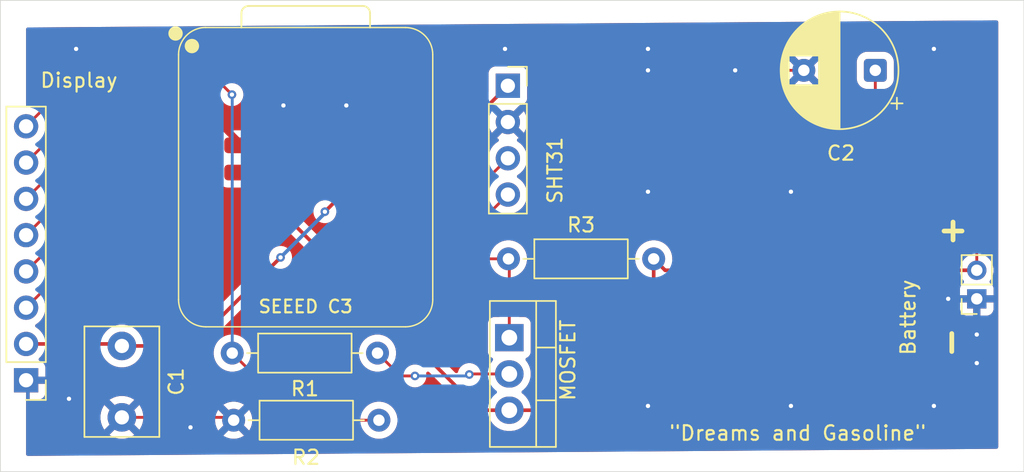
<source format=kicad_pcb>
(kicad_pcb (version 20241229) (generator "pcbnew") (generator_version "9.0")
  (layers (0 "F.Cu" signal) (2 "B.Cu" signal) (13 "F.Paste" user) (15 "B.Paste" user) (5 "F.SilkS" user "F.Silkscreen") (7 "B.SilkS" user "B.Silkscreen") (1 "F.Mask" user) (3 "B.Mask" user) (25 "Edge.Cuts" user))
  (net 0 "")
  (net 1 "Net-(J2-Pin_2)")
  (net 2 "Net-(J2-Pin_3)")
  (net 3 "Net-(J2-Pin_8)")
  (net 4 "Net-(J3-Pin_3)")
  (net 5 "Net-(J3-Pin_4)")
  (net 7 "Net-(J2-Pin_4)")
  (net 8 "Net-(Q1-G)")
  (net 9 "Net-(J2-Pin_5)")
  (net 10 "Net-(J2-Pin_6)")
  (net 11 "Net-(J1-Pin_8)")
  (net 13 "Net-(J2-Pin_7)")
  (net 14 "Net-(Q1-D)")
  (net 15 "Net-(J4-Pin_2)")
  (net 16 "GND")
  (footprint "Connector_PinSocket_2.54mm:PinSocket_1x04_P2.54mm_Vertical" (layer "F.Cu") (at 110.2 97.58)
    (property "Reference" "J3" (hide yes))
    (property "Value" "SHT31" (at 3.3 5.92 90) (layer "F.SilkS"))
    (fp_line (start -1.33 1.27) (end -1.33 8.95) (stroke (width 0.12)) (layer "F.SilkS"))
    (fp_line (start -1.33 1.27) (end 1.33 1.27) (stroke (width 0.12)) (layer "F.SilkS"))
    (fp_line (start -1.33 8.95) (end 1.33 8.95) (stroke (width 0.12)) (layer "F.SilkS"))
    (fp_line (start 0 -1.33) (end 1.33 -1.33) (stroke (width 0.12)) (layer "F.SilkS"))
    (fp_line (start 1.33 -1.33) (end 1.33 0) (stroke (width 0.12)) (layer "F.SilkS"))
    (fp_line (start 1.33 1.27) (end 1.33 8.95) (stroke (width 0.12)) (layer "F.SilkS"))
    (pad "GND" thru_hole circle (at 0 2.54) (size 1.7 1.7) (drill 1) (layers "*.Cu" "*.Mask") (net 16 "GND"))
    (pad "SCL" thru_hole circle (at 0 5.08) (size 1.7 1.7) (drill 1) (layers "*.Cu" "*.Mask") (net 4 "Net-(J3-Pin_3)"))
    (pad "SDA" thru_hole circle (at 0 7.62) (size 1.7 1.7) (drill 1) (layers "*.Cu" "*.Mask") (net 5 "Net-(J3-Pin_4)"))
    (pad "VIN" thru_hole rect (at 0 0) (size 1.7 1.7) (drill 1) (layers "*.Cu" "*.Mask") (net 1 "Net-(J2-Pin_2)"))
  )
  (footprint "Capacitor_THT:CP_Radial_D8.0mm_P5.00mm" (layer "F.Cu") (at 135.902651 96.5 180)
    (property "Reference" "J4" (hide yes))
    (property "Value" "C2" (at 2.402651 -5.8 0) (layer "F.SilkS"))
    (fp_line (start 6.58 -0.533) (end 6.58 0.533) (stroke (width 0.12)) (layer "F.SilkS"))
    (fp_line (start 6.54 -0.768) (end 6.54 0.768) (stroke (width 0.12)) (layer "F.SilkS"))
    (fp_line (start 6.5 -0.947) (end 6.5 0.947) (stroke (width 0.12)) (layer "F.SilkS"))
    (fp_line (start 6.46 -1.097) (end 6.46 1.097) (stroke (width 0.12)) (layer "F.SilkS"))
    (fp_line (start 6.42 -1.228) (end 6.42 1.228) (stroke (width 0.12)) (layer "F.SilkS"))
    (fp_line (start 6.38 -1.346) (end 6.38 1.346) (stroke (width 0.12)) (layer "F.SilkS"))
    (fp_line (start 6.34 -1.453) (end 6.34 1.453) (stroke (width 0.12)) (layer "F.SilkS"))
    (fp_line (start 6.3 -1.552) (end 6.3 1.552) (stroke (width 0.12)) (layer "F.SilkS"))
    (fp_line (start 6.26 -1.644) (end 6.26 1.644) (stroke (width 0.12)) (layer "F.SilkS"))
    (fp_line (start 6.22 -1.731) (end 6.22 1.731) (stroke (width 0.12)) (layer "F.SilkS"))
    (fp_line (start 6.18 -1.813) (end 6.18 1.813) (stroke (width 0.12)) (layer "F.SilkS"))
    (fp_line (start 6.14 -1.89) (end 6.14 1.89) (stroke (width 0.12)) (layer "F.SilkS"))
    (fp_line (start 6.1 -1.964) (end 6.1 1.964) (stroke (width 0.12)) (layer "F.SilkS"))
    (fp_line (start 6.06 -2.034) (end 6.06 2.034) (stroke (width 0.12)) (layer "F.SilkS"))
    (fp_line (start 6.02 1.04) (end 6.02 2.101) (stroke (width 0.12)) (layer "F.SilkS"))
    (fp_line (start 6.02 -2.101) (end 6.02 -1.04) (stroke (width 0.12)) (layer "F.SilkS"))
    (fp_line (start 5.98 1.04) (end 5.98 2.165) (stroke (width 0.12)) (layer "F.SilkS"))
    (fp_line (start 5.98 -2.165) (end 5.98 -1.04) (stroke (width 0.12)) (layer "F.SilkS"))
    (fp_line (start 5.94 1.04) (end 5.94 2.227) (stroke (width 0.12)) (layer "F.SilkS"))
    (fp_line (start 5.94 -2.227) (end 5.94 -1.04) (stroke (width 0.12)) (layer "F.SilkS"))
    (fp_line (start 5.9 1.04) (end 5.9 2.287) (stroke (width 0.12)) (layer "F.SilkS"))
    (fp_line (start 5.9 -2.287) (end 5.9 -1.04) (stroke (width 0.12)) (layer "F.SilkS"))
    (fp_line (start 5.86 1.04) (end 5.86 2.344) (stroke (width 0.12)) (layer "F.SilkS"))
    (fp_line (start 5.86 -2.344) (end 5.86 -1.04) (stroke (width 0.12)) (layer "F.SilkS"))
    (fp_line (start 5.82 1.04) (end 5.82 2.4) (stroke (width 0.12)) (layer "F.SilkS"))
    (fp_line (start 5.82 -2.4) (end 5.82 -1.04) (stroke (width 0.12)) (layer "F.SilkS"))
    (fp_line (start 5.78 1.04) (end 5.78 2.453) (stroke (width 0.12)) (layer "F.SilkS"))
    (fp_line (start 5.78 -2.453) (end 5.78 -1.04) (stroke (width 0.12)) (layer "F.SilkS"))
    (fp_line (start 5.74 1.04) (end 5.74 2.505) (stroke (width 0.12)) (layer "F.SilkS"))
    (fp_line (start 5.74 -2.505) (end 5.74 -1.04) (stroke (width 0.12)) (layer "F.SilkS"))
    (fp_line (start 5.7 1.04) (end 5.7 2.555) (stroke (width 0.12)) (layer "F.SilkS"))
    (fp_line (start 5.7 -2.555) (end 5.7 -1.04) (stroke (width 0.12)) (layer "F.SilkS"))
    (fp_line (start 5.66 1.04) (end 5.66 2.604) (stroke (width 0.12)) (layer "F.SilkS"))
    (fp_line (start 5.66 -2.604) (end 5.66 -1.04) (stroke (width 0.12)) (layer "F.SilkS"))
    (fp_line (start 5.62 1.04) (end 5.62 2.651) (stroke (width 0.12)) (layer "F.SilkS"))
    (fp_line (start 5.62 -2.651) (end 5.62 -1.04) (stroke (width 0.12)) (layer "F.SilkS"))
    (fp_line (start 5.58 1.04) (end 5.58 2.696) (stroke (width 0.12)) (layer "F.SilkS"))
    (fp_line (start 5.58 -2.696) (end 5.58 -1.04) (stroke (width 0.12)) (layer "F.SilkS"))
    (fp_line (start 5.54 1.04) (end 5.54 2.741) (stroke (width 0.12)) (layer "F.SilkS"))
    (fp_line (start 5.54 -2.741) (end 5.54 -1.04) (stroke (width 0.12)) (layer "F.SilkS"))
    (fp_line (start 5.5 1.04) (end 5.5 2.784) (stroke (width 0.12)) (layer "F.SilkS"))
    (fp_line (start 5.5 -2.784) (end 5.5 -1.04) (stroke (width 0.12)) (layer "F.SilkS"))
    (fp_line (start 5.46 1.04) (end 5.46 2.826) (stroke (width 0.12)) (layer "F.SilkS"))
    (fp_line (start 5.46 -2.826) (end 5.46 -1.04) (stroke (width 0.12)) (layer "F.SilkS"))
    (fp_line (start 5.42 1.04) (end 5.42 2.867) (stroke (width 0.12)) (layer "F.SilkS"))
    (fp_line (start 5.42 -2.867) (end 5.42 -1.04) (stroke (width 0.12)) (layer "F.SilkS"))
    (fp_line (start 5.38 1.04) (end 5.38 2.906) (stroke (width 0.12)) (layer "F.SilkS"))
    (fp_line (start 5.38 -2.906) (end 5.38 -1.04) (stroke (width 0.12)) (layer "F.SilkS"))
    (fp_line (start 5.34 1.04) (end 5.34 2.945) (stroke (width 0.12)) (layer "F.SilkS"))
    (fp_line (start 5.34 -2.945) (end 5.34 -1.04) (stroke (width 0.12)) (layer "F.SilkS"))
    (fp_line (start 5.3 1.04) (end 5.3 2.982) (stroke (width 0.12)) (layer "F.SilkS"))
    (fp_line (start 5.3 -2.982) (end 5.3 -1.04) (stroke (width 0.12)) (layer "F.SilkS"))
    (fp_line (start 5.26 1.04) (end 5.26 3.019) (stroke (width 0.12)) (layer "F.SilkS"))
    (fp_line (start 5.26 -3.019) (end 5.26 -1.04) (stroke (width 0.12)) (layer "F.SilkS"))
    (fp_line (start 5.22 1.04) (end 5.22 3.055) (stroke (width 0.12)) (layer "F.SilkS"))
    (fp_line (start 5.22 -3.055) (end 5.22 -1.04) (stroke (width 0.12)) (layer "F.SilkS"))
    (fp_line (start 5.18 1.04) (end 5.18 3.089) (stroke (width 0.12)) (layer "F.SilkS"))
    (fp_line (start 5.18 -3.089) (end 5.18 -1.04) (stroke (width 0.12)) (layer "F.SilkS"))
    (fp_line (start 5.14 1.04) (end 5.14 3.123) (stroke (width 0.12)) (layer "F.SilkS"))
    (fp_line (start 5.14 -3.123) (end 5.14 -1.04) (stroke (width 0.12)) (layer "F.SilkS"))
    (fp_line (start 5.1 1.04) (end 5.1 3.156) (stroke (width 0.12)) (layer "F.SilkS"))
    (fp_line (start 5.1 -3.156) (end 5.1 -1.04) (stroke (width 0.12)) (layer "F.SilkS"))
    (fp_line (start 5.06 1.04) (end 5.06 3.188) (stroke (width 0.12)) (layer "F.SilkS"))
    (fp_line (start 5.06 -3.188) (end 5.06 -1.04) (stroke (width 0.12)) (layer "F.SilkS"))
    (fp_line (start 5.02 1.04) (end 5.02 3.219) (stroke (width 0.12)) (layer "F.SilkS"))
    (fp_line (start 5.02 -3.219) (end 5.02 -1.04) (stroke (width 0.12)) (layer "F.SilkS"))
    (fp_line (start 4.98 1.04) (end 4.98 3.25) (stroke (width 0.12)) (layer "F.SilkS"))
    (fp_line (start 4.98 -3.25) (end 4.98 -1.04) (stroke (width 0.12)) (layer "F.SilkS"))
    (fp_line (start 4.94 1.04) (end 4.94 3.28) (stroke (width 0.12)) (layer "F.SilkS"))
    (fp_line (start 4.94 -3.28) (end 4.94 -1.04) (stroke (width 0.12)) (layer "F.SilkS"))
    (fp_line (start 4.9 1.04) (end 4.9 3.309) (stroke (width 0.12)) (layer "F.SilkS"))
    (fp_line (start 4.9 -3.309) (end 4.9 -1.04) (stroke (width 0.12)) (layer "F.SilkS"))
    (fp_line (start 4.86 1.04) (end 4.86 3.337) (stroke (width 0.12)) (layer "F.SilkS"))
    (fp_line (start 4.86 -3.337) (end 4.86 -1.04) (stroke (width 0.12)) (layer "F.SilkS"))
    (fp_line (start 4.82 1.04) (end 4.82 3.365) (stroke (width 0.12)) (layer "F.SilkS"))
    (fp_line (start 4.82 -3.365) (end 4.82 -1.04) (stroke (width 0.12)) (layer "F.SilkS"))
    (fp_line (start 4.78 1.04) (end 4.78 3.392) (stroke (width 0.12)) (layer "F.SilkS"))
    (fp_line (start 4.78 -3.392) (end 4.78 -1.04) (stroke (width 0.12)) (layer "F.SilkS"))
    (fp_line (start 4.74 1.04) (end 4.74 3.418) (stroke (width 0.12)) (layer "F.SilkS"))
    (fp_line (start 4.74 -3.418) (end 4.74 -1.04) (stroke (width 0.12)) (layer "F.SilkS"))
    (fp_line (start 4.7 1.04) (end 4.7 3.443) (stroke (width 0.12)) (layer "F.SilkS"))
    (fp_line (start 4.7 -3.443) (end 4.7 -1.04) (stroke (width 0.12)) (layer "F.SilkS"))
    (fp_line (start 4.66 1.04) (end 4.66 3.468) (stroke (width 0.12)) (layer "F.SilkS"))
    (fp_line (start 4.66 -3.468) (end 4.66 -1.04) (stroke (width 0.12)) (layer "F.SilkS"))
    (fp_line (start 4.62 1.04) (end 4.62 3.493) (stroke (width 0.12)) (layer "F.SilkS"))
    (fp_line (start 4.62 -3.493) (end 4.62 -1.04) (stroke (width 0.12)) (layer "F.SilkS"))
    (fp_line (start 4.58 1.04) (end 4.58 3.516) (stroke (width 0.12)) (layer "F.SilkS"))
    (fp_line (start 4.58 -3.516) (end 4.58 -1.04) (stroke (width 0.12)) (layer "F.SilkS"))
    (fp_line (start 4.54 1.04) (end 4.54 3.539) (stroke (width 0.12)) (layer "F.SilkS"))
    (fp_line (start 4.54 -3.539) (end 4.54 -1.04) (stroke (width 0.12)) (layer "F.SilkS"))
    (fp_line (start 4.5 1.04) (end 4.5 3.562) (stroke (width 0.12)) (layer "F.SilkS"))
    (fp_line (start 4.5 -3.562) (end 4.5 -1.04) (stroke (width 0.12)) (layer "F.SilkS"))
    (fp_line (start 4.46 1.04) (end 4.46 3.584) (stroke (width 0.12)) (layer "F.SilkS"))
    (fp_line (start 4.46 -3.584) (end 4.46 -1.04) (stroke (width 0.12)) (layer "F.SilkS"))
    (fp_line (start 4.42 1.04) (end 4.42 3.605) (stroke (width 0.12)) (layer "F.SilkS"))
    (fp_line (start 4.42 -3.605) (end 4.42 -1.04) (stroke (width 0.12)) (layer "F.SilkS"))
    (fp_line (start 4.38 1.04) (end 4.38 3.626) (stroke (width 0.12)) (layer "F.SilkS"))
    (fp_line (start 4.38 -3.626) (end 4.38 -1.04) (stroke (width 0.12)) (layer "F.SilkS"))
    (fp_line (start 4.34 1.04) (end 4.34 3.646) (stroke (width 0.12)) (layer "F.SilkS"))
    (fp_line (start 4.34 -3.646) (end 4.34 -1.04) (stroke (width 0.12)) (layer "F.SilkS"))
    (fp_line (start 4.3 1.04) (end 4.3 3.666) (stroke (width 0.12)) (layer "F.SilkS"))
    (fp_line (start 4.3 -3.666) (end 4.3 -1.04) (stroke (width 0.12)) (layer "F.SilkS"))
    (fp_line (start 4.26 1.04) (end 4.26 3.685) (stroke (width 0.12)) (layer "F.SilkS"))
    (fp_line (start 4.26 -3.685) (end 4.26 -1.04) (stroke (width 0.12)) (layer "F.SilkS"))
    (fp_line (start 4.22 1.04) (end 4.22 3.704) (stroke (width 0.12)) (layer "F.SilkS"))
    (fp_line (start 4.22 -3.704) (end 4.22 -1.04) (stroke (width 0.12)) (layer "F.SilkS"))
    (fp_line (start 4.18 1.04) (end 4.18 3.722) (stroke (width 0.12)) (layer "F.SilkS"))
    (fp_line (start 4.18 -3.722) (end 4.18 -1.04) (stroke (width 0.12)) (layer "F.SilkS"))
    (fp_line (start 4.14 1.04) (end 4.14 3.74) (stroke (width 0.12)) (layer "F.SilkS"))
    (fp_line (start 4.14 -3.74) (end 4.14 -1.04) (stroke (width 0.12)) (layer "F.SilkS"))
    (fp_line (start 4.1 1.04) (end 4.1 3.757) (stroke (width 0.12)) (layer "F.SilkS"))
    (fp_line (start 4.1 -3.757) (end 4.1 -1.04) (stroke (width 0.12)) (layer "F.SilkS"))
    (fp_line (start 4.06 1.04) (end 4.06 3.773) (stroke (width 0.12)) (layer "F.SilkS"))
    (fp_line (start 4.06 -3.773) (end 4.06 -1.04) (stroke (width 0.12)) (layer "F.SilkS"))
    (fp_line (start 4.02 1.04) (end 4.02 3.789) (stroke (width 0.12)) (layer "F.SilkS"))
    (fp_line (start 4.02 -3.789) (end 4.02 -1.04) (stroke (width 0.12)) (layer "F.SilkS"))
    (fp_line (start 3.98 1.04) (end 3.98 3.805) (stroke (width 0.12)) (layer "F.SilkS"))
    (fp_line (start 3.98 -3.805) (end 3.98 -1.04) (stroke (width 0.12)) (layer "F.SilkS"))
    (fp_line (start 3.94 -3.82) (end 3.94 3.82) (stroke (width 0.12)) (layer "F.SilkS"))
    (fp_line (start 3.9 -3.835) (end 3.9 3.835) (stroke (width 0.12)) (layer "F.SilkS"))
    (fp_line (start 3.86 -3.849) (end 3.86 3.849) (stroke (width 0.12)) (layer "F.SilkS"))
    (fp_line (start 3.82 -3.863) (end 3.82 3.863) (stroke (width 0.12)) (layer "F.SilkS"))
    (fp_line (start 3.78 -3.876) (end 3.78 3.876) (stroke (width 0.12)) (layer "F.SilkS"))
    (fp_line (start 3.74 -3.889) (end 3.74 3.889) (stroke (width 0.12)) (layer "F.SilkS"))
    (fp_line (start 3.7 -3.901) (end 3.7 3.901) (stroke (width 0.12)) (layer "F.SilkS"))
    (fp_line (start 3.66 -3.913) (end 3.66 3.913) (stroke (width 0.12)) (layer "F.SilkS"))
    (fp_line (start 3.62 -3.925) (end 3.62 3.925) (stroke (width 0.12)) (layer "F.SilkS"))
    (fp_line (start 3.58 -3.936) (end 3.58 3.936) (stroke (width 0.12)) (layer "F.SilkS"))
    (fp_line (start 3.54 -3.947) (end 3.54 3.947) (stroke (width 0.12)) (layer "F.SilkS"))
    (fp_line (start 3.5 -3.957) (end 3.5 3.957) (stroke (width 0.12)) (layer "F.SilkS"))
    (fp_line (start 3.46 -3.967) (end 3.46 3.967) (stroke (width 0.12)) (layer "F.SilkS"))
    (fp_line (start 3.42 -3.976) (end 3.42 3.976) (stroke (width 0.12)) (layer "F.SilkS"))
    (fp_line (start 3.38 -3.985) (end 3.38 3.985) (stroke (width 0.12)) (layer "F.SilkS"))
    (fp_line (start 3.34 -3.993) (end 3.34 3.993) (stroke (width 0.12)) (layer "F.SilkS"))
    (fp_line (start 3.3 -4.002) (end 3.3 4.002) (stroke (width 0.12)) (layer "F.SilkS"))
    (fp_line (start 3.26 -4.009) (end 3.26 4.009) (stroke (width 0.12)) (layer "F.SilkS"))
    (fp_line (start 3.22 -4.017) (end 3.22 4.017) (stroke (width 0.12)) (layer "F.SilkS"))
    (fp_line (start 3.18 -4.023) (end 3.18 4.023) (stroke (width 0.12)) (layer "F.SilkS"))
    (fp_line (start 3.14 -4.03) (end 3.14 4.03) (stroke (width 0.12)) (layer "F.SilkS"))
    (fp_line (start 3.1 -4.036) (end 3.1 4.036) (stroke (width 0.12)) (layer "F.SilkS"))
    (fp_line (start 3.06 -4.042) (end 3.06 4.042) (stroke (width 0.12)) (layer "F.SilkS"))
    (fp_line (start 3.02 -4.047) (end 3.02 4.047) (stroke (width 0.12)) (layer "F.SilkS"))
    (fp_line (start 2.98 -4.052) (end 2.98 4.052) (stroke (width 0.12)) (layer "F.SilkS"))
    (fp_line (start 2.94 -4.056) (end 2.94 4.056) (stroke (width 0.12)) (layer "F.SilkS"))
    (fp_line (start 2.9 -4.061) (end 2.9 4.061) (stroke (width 0.12)) (layer "F.SilkS"))
    (fp_line (start 2.86 -4.064) (end 2.86 4.064) (stroke (width 0.12)) (layer "F.SilkS"))
    (fp_line (start 2.82 -4.068) (end 2.82 4.068) (stroke (width 0.12)) (layer "F.SilkS"))
    (fp_line (start 2.78 -4.07) (end 2.78 4.07) (stroke (width 0.12)) (layer "F.SilkS"))
    (fp_line (start 2.74 -4.073) (end 2.74 4.073) (stroke (width 0.12)) (layer "F.SilkS"))
    (fp_line (start 2.7 -4.075) (end 2.7 4.075) (stroke (width 0.12)) (layer "F.SilkS"))
    (fp_line (start 2.66 -4.077) (end 2.66 4.077) (stroke (width 0.12)) (layer "F.SilkS"))
    (fp_line (start 2.62 -4.078) (end 2.62 4.078) (stroke (width 0.12)) (layer "F.SilkS"))
    (fp_line (start 2.58 -4.079) (end 2.58 4.079) (stroke (width 0.12)) (layer "F.SilkS"))
    (fp_line (start 2.54 -4.08) (end 2.54 4.08) (stroke (width 0.12)) (layer "F.SilkS"))
    (fp_line (start 2.5 -4.08) (end 2.5 4.08) (stroke (width 0.12)) (layer "F.SilkS"))
    (fp_line (start -1.509698 -2.715) (end -1.509698 -1.915) (stroke (width 0.12)) (layer "F.SilkS"))
    (fp_line (start -1.909698 -2.315) (end -1.109698 -2.315) (stroke (width 0.12)) (layer "F.SilkS"))
    (fp_circle (center 2.5 0) (end 6.62 0) (stroke (width 0.12)) (fill no) (layer "F.SilkS"))
    (pad "+" thru_hole roundrect (at 0 0 180) (size 1.6 1.6) (drill 0.8) (layers "*.Cu" "*.Mask") (roundrect_rratio 0.15625) (net 15 "Net-(J4-Pin_2)"))
    (pad "-" thru_hole circle (at 5 0 180) (size 1.6 1.6) (drill 0.8) (layers "*.Cu" "*.Mask") (net 16 "GND"))
  )
  (footprint "Package_TO_SOT_THT:TO-220-3_Vertical" (layer "F.Cu") (at 110.3 115.22 -90)
    (property "Reference" "MOSFET" (at 1.58 -4.1 90) (layer "F.SilkS"))
    (property "Value" "FQP27P06" (hide yes))
    (fp_line (start -2.57 1.36) (end -2.57 -3.26) (stroke (width 0.12)) (layer "F.SilkS"))
    (fp_line (start 7.65 1.36) (end -2.57 1.36) (stroke (width 0.12)) (layer "F.SilkS"))
    (fp_line (start -2.57 -1.88) (end 7.65 -1.88) (stroke (width 0.12)) (layer "F.SilkS"))
    (fp_line (start -2.57 -3.26) (end 7.65 -3.26) (stroke (width 0.12)) (layer "F.SilkS"))
    (fp_line (start 0.69 -3.26) (end 0.69 -1.88) (stroke (width 0.12)) (layer "F.SilkS"))
    (fp_line (start 4.39 -3.26) (end 4.39 -1.88) (stroke (width 0.12)) (layer "F.SilkS"))
    (fp_line (start 7.65 -3.26) (end 7.65 1.36) (stroke (width 0.12)) (layer "F.SilkS"))
    (pad "1" thru_hole rect (at 0 0 270) (size 1.905 2) (drill 1.1) (layers "*.Cu" "*.Mask") (net 8 "Net-(Q1-G)"))
    (pad "2" thru_hole oval (at 2.54 0 270) (size 1.905 2) (drill 1.1) (layers "*.Cu" "*.Mask") (net 14 "Net-(Q1-D)"))
    (pad "3" thru_hole oval (at 5.08 0 270) (size 1.905 2) (drill 1.1) (layers "*.Cu" "*.Mask") (net 15 "Net-(J4-Pin_2)"))
  )
  (footprint "Connector_PinHeader_2.54mm:PinHeader_1x08_P2.54mm_Vertical" (layer "F.Cu") (at 76.5 118.2 180)
    (property "Reference" "Display" (at -3.7 21 0) (layer "F.SilkS"))
    (property "Value" "e-ink-display" (hide yes))
    (fp_line (start 1.38 1.27) (end 1.38 19.16) (stroke (width 0.12)) (layer "F.SilkS"))
    (fp_line (start -1.38 19.16) (end 1.38 19.16) (stroke (width 0.12)) (layer "F.SilkS"))
    (fp_line (start -1.38 1.27) (end 1.38 1.27) (stroke (width 0.12)) (layer "F.SilkS"))
    (fp_line (start -1.38 1.27) (end -1.38 19.16) (stroke (width 0.12)) (layer "F.SilkS"))
    (fp_line (start -1.38 0) (end -1.38 -1.38) (stroke (width 0.12)) (layer "F.SilkS"))
    (fp_line (start -1.38 -1.38) (end 0 -1.38) (stroke (width 0.12)) (layer "F.SilkS"))
    (pad "BUSY" thru_hole circle (at 0 17.78 180) (size 1.7 1.7) (drill 1) (layers "*.Cu" "*.Mask") (net 3 "Net-(J2-Pin_8)"))
    (pad "CS" thru_hole circle (at 0 15.24 180) (size 1.7 1.7) (drill 1) (layers "*.Cu" "*.Mask") (net 13 "Net-(J2-Pin_7)"))
    (pad "DC" thru_hole circle (at 0 12.7 180) (size 1.7 1.7) (drill 1) (layers "*.Cu" "*.Mask") (net 10 "Net-(J2-Pin_6)"))
    (pad "GND" thru_hole rect (at 0 0 180) (size 1.7 1.7) (drill 1) (layers "*.Cu" "*.Mask") (net 16 "GND"))
    (pad "RES" thru_hole circle (at 0 10.16 180) (size 1.7 1.7) (drill 1) (layers "*.Cu" "*.Mask") (net 9 "Net-(J2-Pin_5)"))
    (pad "SCL" thru_hole circle (at 0 5.08 180) (size 1.7 1.7) (drill 1) (layers "*.Cu" "*.Mask") (net 2 "Net-(J2-Pin_3)"))
    (pad "SDA" thru_hole circle (at 0 7.62 180) (size 1.7 1.7) (drill 1) (layers "*.Cu" "*.Mask") (net 7 "Net-(J2-Pin_4)"))
    (pad "VCC" thru_hole circle (at 0 2.54 180) (size 1.7 1.7) (drill 1) (layers "*.Cu" "*.Mask") (net 1 "Net-(J2-Pin_2)"))
  )
  (footprint "Resistor_THT:R_Axial_DIN0207_L6.3mm_D2.5mm_P10.16mm_Horizontal" (layer "F.Cu") (at 110.24 109.7)
    (property "Reference" "R3" (at 5.08 -2.37 0) (layer "F.SilkS"))
    (property "Value" "R_Small_US" (hide yes))
    (fp_line (start 1.04 0) (end 1.81 0) (stroke (width 0.12)) (layer "F.SilkS"))
    (fp_line (start 9.12 0) (end 8.35 0) (stroke (width 0.12)) (layer "F.SilkS"))
    (fp_rect (start 1.81 -1.37) (end 8.35 1.37) (stroke (width 0.12)) (fill no) (layer "F.SilkS"))
    (pad "1" thru_hole circle (at 0 0) (size 1.6 1.6) (drill 0.8) (layers "*.Cu" "*.Mask") (net 8 "Net-(Q1-G)"))
    (pad "2" thru_hole circle (at 10.16 0) (size 1.6 1.6) (drill 0.8) (layers "*.Cu" "*.Mask") (net 15 "Net-(J4-Pin_2)"))
  )
  (footprint "Capacitor_THT:C_Disc_D7.5mm_W5.0mm_P5.00mm" (layer "F.Cu") (at 83.2 120.8 90)
    (property "Reference" "C1" (at 2.5 3.8 90) (layer "F.SilkS"))
    (property "Value" "C_Small_US" (hide yes))
    (fp_line (start 6.37 -2.62) (end 6.37 2.62) (stroke (width 0.12)) (layer "F.SilkS"))
    (fp_line (start -1.37 -2.62) (end 6.37 -2.62) (stroke (width 0.12)) (layer "F.SilkS"))
    (fp_line (start 6.37 2.62) (end -1.37 2.62) (stroke (width 0.12)) (layer "F.SilkS"))
    (fp_line (start -1.37 2.62) (end -1.37 -2.62) (stroke (width 0.12)) (layer "F.SilkS"))
    (pad "1" thru_hole circle (at 0 0 90) (size 2 2) (drill 1) (layers "*.Cu" "*.Mask") (net 16 "GND"))
    (pad "2" thru_hole circle (at 5 0 90) (size 2 2) (drill 1) (layers "*.Cu" "*.Mask") (net 1 "Net-(J2-Pin_2)"))
  )
  (footprint "Module:XIAO-ESP32C3-SMD_alex" (layer "F.Cu") (at 96 104)
    (property "Reference" "J1" (hide yes))
    (property "Value" "SEEED C3" (at 0.055 9.04 0) (layer "F.SilkS") (effects (font (size 0.889 0.889) (thickness 0.1524) (bold yes))))
    (fp_line (start -8.835 8.553) (end -8.835 -8.592) (stroke (width 0.1)) (layer "F.SilkS"))
    (fp_line (start -6.93 10.458) (end 7.04 10.458) (stroke (width 0.1)) (layer "F.SilkS"))
    (fp_line (start -4.44 -10.497) (end -4.436272 -11.507272) (stroke (width 0.127)) (layer "F.SilkS"))
    (fp_line (start -3.936272 -12.007) (end 4.059 -12.007) (stroke (width 0.127)) (layer "F.SilkS"))
    (fp_line (start 4.559 -11.507) (end 4.559 -10.497) (stroke (width 0.127)) (layer "F.SilkS"))
    (fp_line (start 7.04 -10.497) (end -6.93 -10.497) (stroke (width 0.1)) (layer "F.SilkS"))
    (fp_line (start 8.945 8.553) (end 8.945 -8.592) (stroke (width 0.1)) (layer "F.SilkS"))
    (fp_arc (start -8.835 -8.596) (mid -8.277038 -9.943038) (end -6.93 -10.501) (stroke (width 0.1)) (layer "F.SilkS"))
    (fp_arc (start -6.93 10.458) (mid -8.277038 9.900038) (end -8.835 8.553) (stroke (width 0.1)) (layer "F.SilkS"))
    (fp_arc (start -4.436272 -11.507272) (mid -4.289724 -11.860644) (end -3.936272 -12.007) (stroke (width 0.127)) (layer "F.SilkS"))
    (fp_arc (start 4.059 -12.007) (mid 4.412553 -11.860553) (end 4.559 -11.507) (stroke (width 0.127)) (layer "F.SilkS"))
    (fp_arc (start 7.04 -10.497) (mid 8.387038 -9.939038) (end 8.945 -8.592) (stroke (width 0.1)) (layer "F.SilkS"))
    (fp_arc (start 8.945 8.553) (mid 8.387038 9.900038) (end 7.04 10.458) (stroke (width 0.1)) (layer "F.SilkS"))
    (fp_circle (center -9.045 -10.081) (end -9.045 -10.335) (stroke (width 0.5)) (fill yes) (layer "F.SilkS"))
    (fp_circle (center -7.902 -9.201) (end -7.902 -9.455) (stroke (width 0.5)) (fill yes) (layer "F.SilkS"))
    (pad "2" smd roundrect (at -8 -7.58) (size 2.75 2) (layers "F.Cu" "F.Mask" "F.Paste") (net 11 "Net-(J1-Pin_8)"))
    (pad "3" smd roundrect (at -8 -5.04) (size 2.75 2) (layers "F.Cu" "F.Mask" "F.Paste") (net 3 "Net-(J2-Pin_8)"))
    (pad "3.3V" smd roundrect (at 8.165 -2.5) (size 2.75 2) (layers "F.Cu" "F.Mask" "F.Paste") (net 1 "Net-(J2-Pin_2)"))
    (pad "4" smd roundrect (at -8 -2.5) (size 2.75 2) (layers "F.Cu" "F.Mask" "F.Paste") (net 13 "Net-(J2-Pin_7)"))
    (pad "5" smd roundrect (at -8 0.04) (size 2.75 2) (layers "F.Cu" "F.Mask" "F.Paste") (net 10 "Net-(J2-Pin_6)"))
    (pad "5V" smd roundrect (at 8.165 -7.58) (size 2.75 2) (layers "F.Cu" "F.Mask" "F.Paste"))
    (pad "6" smd roundrect (at -8 2.58) (size 2.75 2) (layers "F.Cu" "F.Mask" "F.Paste") (net 9 "Net-(J2-Pin_5)"))
    (pad "7" smd roundrect (at -8 5.12) (size 2.75 2) (layers "F.Cu" "F.Mask" "F.Paste") (net 7 "Net-(J2-Pin_4)"))
    (pad "8" smd roundrect (at 8.165 5.12) (size 2.75 2) (layers "F.Cu" "F.Mask" "F.Paste") (net 8 "Net-(Q1-G)"))
    (pad "9" smd roundrect (at 8.165 2.58) (size 2.75 2) (layers "F.Cu" "F.Mask" "F.Paste") (net 5 "Net-(J3-Pin_4)"))
    (pad "10" smd roundrect (at 8.165 0.04) (size 2.75 2) (layers "F.Cu" "F.Mask" "F.Paste") (net 4 "Net-(J3-Pin_3)"))
    (pad "20" smd roundrect (at 8.165 7.66) (size 2.75 2) (layers "F.Cu" "F.Mask" "F.Paste"))
    (pad "21" smd roundrect (at -8 7.66) (size 2.75 2) (layers "F.Cu" "F.Mask" "F.Paste") (net 2 "Net-(J2-Pin_3)"))
    (pad "BAT+" smd roundrect (at -4.39 -0.342 180) (size 2.5 1.1) (layers "F.Cu" "F.Mask" "F.Paste") (net 15 "Net-(J4-Pin_2)"))
    (pad "BAT-" smd roundrect (at -4.39 -2.247 180) (size 2.5 1.1) (layers "F.Cu" "F.Mask" "F.Paste") (net 16 "GND"))
    (pad "GND" smd roundrect (at 8.165 -5.04) (size 2.75 2) (layers "F.Cu" "F.Mask" "F.Paste") (net 16 "GND"))
  )
  (footprint "Connector_PinSocket_2.00mm:PinSocket_1x02_P2.00mm_Vertical" (layer "F.Cu") (at 143 112.5 180)
    (property "Reference" "J5" (hide yes))
    (property "Value" "Battery" (at 4.8 -1.3 90) (layer "F.SilkS"))
    (fp_line (start 1.06 1) (end 1.06 3.06) (stroke (width 0.12)) (layer "F.SilkS"))
    (fp_line (start 1.06 -1.06) (end 1.06 0) (stroke (width 0.12)) (layer "F.SilkS"))
    (fp_line (start 0 -1.06) (end 1.06 -1.06) (stroke (width 0.12)) (layer "F.SilkS"))
    (fp_line (start -1.06 3.06) (end 1.06 3.06) (stroke (width 0.12)) (layer "F.SilkS"))
    (fp_line (start -1.06 1) (end 1.06 1) (stroke (width 0.12)) (layer "F.SilkS"))
    (fp_line (start -1.06 1) (end -1.06 3.06) (stroke (width 0.12)) (layer "F.SilkS"))
    (pad "1" thru_hole rect (at 0 0 180) (size 1.35 1.35) (drill 0.8) (layers "*.Cu" "*.Mask") (net 16 "GND"))
    (pad "2" thru_hole circle (at 0 2 180) (size 1.35 1.35) (drill 0.8) (layers "*.Cu" "*.Mask") (net 15 "Net-(J4-Pin_2)"))
  )
  (footprint "Resistor_THT:R_Axial_DIN0207_L6.3mm_D2.5mm_P10.16mm_Horizontal" (layer "F.Cu") (at 90.92 116.3)
    (property "Reference" "R1" (at 5.08 2.5 0) (layer "F.SilkS"))
    (property "Value" "R_Small_US" (hide yes))
    (fp_line (start 1.04 0) (end 1.81 0) (stroke (width 0.12)) (layer "F.SilkS"))
    (fp_line (start 9.12 0) (end 8.35 0) (stroke (width 0.12)) (layer "F.SilkS"))
    (fp_rect (start 1.81 -1.37) (end 8.35 1.37) (stroke (width 0.12)) (fill no) (layer "F.SilkS"))
    (pad "1" thru_hole circle (at 0 0) (size 1.6 1.6) (drill 0.8) (layers "*.Cu" "*.Mask") (net 11 "Net-(J1-Pin_8)"))
    (pad "2" thru_hole circle (at 10.16 0) (size 1.6 1.6) (drill 0.8) (layers "*.Cu" "*.Mask") (net 14 "Net-(Q1-D)"))
  )
  (footprint "Resistor_THT:R_Axial_DIN0207_L6.3mm_D2.5mm_P10.16mm_Horizontal" (layer "F.Cu") (at 91.02 121)
    (property "Reference" "R2" (at 5.06 2.6 0) (layer "F.SilkS"))
    (property "Value" "R_Small_US" (hide yes))
    (fp_line (start 1.04 0) (end 1.81 0) (stroke (width 0.12)) (layer "F.SilkS"))
    (fp_line (start 9.12 0) (end 8.35 0) (stroke (width 0.12)) (layer "F.SilkS"))
    (fp_rect (start 1.81 -1.37) (end 8.35 1.37) (stroke (width 0.12)) (fill no) (layer "F.SilkS"))
    (pad "1" thru_hole circle (at 0 0) (size 1.6 1.6) (drill 0.8) (layers "*.Cu" "*.Mask") (net 16 "GND"))
    (pad "2" thru_hole circle (at 10.16 0) (size 1.6 1.6) (drill 0.8) (layers "*.Cu" "*.Mask") (net 11 "Net-(J1-Pin_8)"))
  )
  (gr_rect (start 74.7 91.6) (end 146.3 124.6) (stroke (width 0.05)) (fill no) (layer "Edge.Cuts"))
  (gr_text "{dblquote}Dreams and Gasoline{dblquote}" (at 121.4 122.5 0) (layer "F.SilkS") (effects (font (size 1.016 1.016) (thickness 0.1524)) (justify left bottom)))
  (gr_text "+" (at 140.1 108.6 0) (layer "F.SilkS") (effects (font (size 1.651 1.651) (thickness 0.3302) (bold yes)) (justify left bottom)))
  (gr_text "-" (at 142.1 116.8 90) (layer "F.SilkS") (effects (font (size 1.651 1.651) (thickness 0.3302) (bold yes)) (justify left bottom)))
  (segment (start 76.5 115.66) (end 83.06 115.66) (width 0.254) (layer "F.Cu") (net 1))
  (segment (start 104.165 101.5) (end 106.28 101.5) (width 0.254) (layer "F.Cu") (net 1))
  (segment (start 88.1 115.8) (end 94.3 109.6) (width 0.254) (layer "F.Cu") (net 1))
  (segment (start 83.2 115.8) (end 88.1 115.8) (width 0.254) (layer "F.Cu") (net 1))
  (segment (start 102.3 101.5) (end 104.165 101.5) (width 0.254) (layer "F.Cu") (net 1))
  (segment (start 83.06 115.66) (end 83.2 115.8) (width 0.2) (layer "F.Cu") (net 1))
  (segment (start 106.28 101.5) (end 110.2 97.58) (width 0.254) (layer "F.Cu") (net 1))
  (segment (start 97.4 106.4) (end 102.3 101.5) (width 0.254) (layer "F.Cu") (net 1))
  (via (at 94.3 109.6) (size 0.6) (drill 0.3) (layers "F.Cu" "B.Cu") (net 1))
  (via (at 97.4 106.4) (size 0.6) (drill 0.3) (layers "F.Cu" "B.Cu") (net 1))
  (segment (start 97.4 106.5) (end 97.4 106.4) (width 0.2) (layer "B.Cu") (net 1))
  (segment (start 94.3 109.6) (end 97.4 106.5) (width 0.254) (layer "B.Cu") (net 1))
  (segment (start 77.96 111.66) (end 88 111.66) (width 0.2) (layer "F.Cu") (net 2))
  (segment (start 76.5 113.12) (end 77.96 111.66) (width 0.2) (layer "F.Cu") (net 2))
  (segment (start 76.5 100.42) (end 77.96 98.96) (width 0.2) (layer "F.Cu") (net 3))
  (segment (start 77.96 98.96) (end 88 98.96) (width 0.2) (layer "F.Cu") (net 3))
  (segment (start 108.82 104.04) (end 110.2 102.66) (width 0.2) (layer "F.Cu") (net 4))
  (segment (start 104.165 104.04) (end 108.82 104.04) (width 0.2) (layer "F.Cu") (net 4))
  (segment (start 108.82 106.58) (end 110.2 105.2) (width 0.2) (layer "F.Cu") (net 5))
  (segment (start 104.165 106.58) (end 108.82 106.58) (width 0.2) (layer "F.Cu") (net 5))
  (segment (start 77.96 109.12) (end 88 109.12) (width 0.2) (layer "F.Cu") (net 7))
  (segment (start 76.5 110.58) (end 77.96 109.12) (width 0.2) (layer "F.Cu") (net 7))
  (segment (start 104.165 109.12) (end 105.62 109.12) (width 0.2) (layer "F.Cu") (net 8))
  (segment (start 106.2 109.7) (end 110.24 109.7) (width 0.2) (layer "F.Cu") (net 8))
  (segment (start 105.62 109.12) (end 106.2 109.7) (width 0.2) (layer "F.Cu") (net 8))
  (segment (start 110.3 109.76) (end 110.24 109.7) (width 0.2) (layer "F.Cu") (net 8))
  (segment (start 110.3 115.22) (end 110.3 109.76) (width 0.2) (layer "F.Cu") (net 8))
  (segment (start 77.96 106.58) (end 88 106.58) (width 0.2) (layer "F.Cu") (net 9))
  (segment (start 76.5 108.04) (end 77.96 106.58) (width 0.2) (layer "F.Cu") (net 9))
  (segment (start 76.5 105.5) (end 77.96 104.04) (width 0.2) (layer "F.Cu") (net 10))
  (segment (start 77.96 104.04) (end 88 104.04) (width 0.2) (layer "F.Cu") (net 10))
  (segment (start 90.9 98.2) (end 89.12 96.42) (width 0.2) (layer "F.Cu") (net 11))
  (segment (start 89.12 96.42) (end 88 96.42) (width 0.2) (layer "F.Cu") (net 11))
  (segment (start 101.18 121) (end 95.62 121) (width 0.2) (layer "F.Cu") (net 11))
  (segment (start 95.62 121) (end 90.92 116.3) (width 0.2) (layer "F.Cu") (net 11))
  (via (at 90.9 98.2) (size 0.6) (drill 0.3) (layers "F.Cu" "B.Cu") (net 11))
  (segment (start 90.92 116.3) (end 90.92 98.22) (width 0.2) (layer "B.Cu") (net 11))
  (segment (start 90.92 98.22) (end 90.9 98.2) (width 0.2) (layer "B.Cu") (net 11))
  (segment (start 77.96 101.5) (end 88 101.5) (width 0.2) (layer "F.Cu") (net 13))
  (segment (start 76.5 102.96) (end 77.96 101.5) (width 0.2) (layer "F.Cu") (net 13))
  (segment (start 107.54 117.76) (end 110.3 117.76) (width 0.2) (layer "F.Cu") (net 14))
  (segment (start 101.08 116.3) (end 102.68 117.9) (width 0.2) (layer "F.Cu") (net 14))
  (segment (start 107.5 117.8) (end 107.54 117.76) (width 0.2) (layer "F.Cu") (net 14))
  (segment (start 102.68 117.9) (end 103.7 117.9) (width 0.2) (layer "F.Cu") (net 14))
  (via (at 107.5 117.8) (size 0.6) (drill 0.3) (layers "F.Cu" "B.Cu") (net 14))
  (via (at 103.7 117.9) (size 0.6) (drill 0.3) (layers "F.Cu" "B.Cu") (net 14))
  (segment (start 107.4 117.9) (end 107.5 117.8) (width 0.2) (layer "B.Cu") (net 14))
  (segment (start 103.7 117.9) (end 107.4 117.9) (width 0.2) (layer "B.Cu") (net 14))
  (segment (start 143 110.5) (end 143 107) (width 0.2) (layer "F.Cu") (net 15))
  (segment (start 108.252 120.3) (end 110.3 120.3) (width 0.254) (layer "F.Cu") (net 15))
  (segment (start 135.902651 99.902651) (end 135.902651 96.5) (width 0.2) (layer "F.Cu") (net 15))
  (segment (start 121.199999 110.499999) (end 120.4 109.7) (width 0.254) (layer "F.Cu") (net 15))
  (segment (start 143 110.5) (end 121.199999 110.499999) (width 0.254) (layer "F.Cu") (net 15))
  (segment (start 120.4 109.7) (end 120.4 116.2) (width 0.254) (layer "F.Cu") (net 15))
  (segment (start 120.4 116.2) (end 116.3 120.3) (width 0.254) (layer "F.Cu") (net 15))
  (segment (start 116.3 120.3) (end 110.3 120.3) (width 0.254) (layer "F.Cu") (net 15))
  (segment (start 143 107) (end 135.902651 99.902651) (width 0.2) (layer "F.Cu") (net 15))
  (segment (start 91.61 103.658) (end 108.252 120.3) (width 0.254) (layer "F.Cu") (net 15))
  (segment (start 79.5 118.2) (end 79.5 119.5) (width 0.2) (layer "F.Cu") (net 16))
  (segment (start 143 115) (end 143 117) (width 0.2) (layer "F.Cu") (net 16))
  (segment (start 113.82 96.5) (end 120 96.5) (width 0.2) (layer "F.Cu") (net 16))
  (segment (start 94.5 98.96) (end 94.403 98.96) (width 0.2) (layer "F.Cu") (net 16))
  (segment (start 88 120.8) (end 90.82 120.8) (width 0.2) (layer "F.Cu") (net 16))
  (segment (start 143 112.5) (end 141 112.5) (width 0.2) (layer "F.Cu") (net 16))
  (segment (start 120 96.5) (end 126.1 96.5) (width 0.2) (layer "F.Cu") (net 16))
  (segment (start 90.82 120.8) (end 91.02 121) (width 0.2) (layer "F.Cu") (net 16))
  (segment (start 76.5 118.2) (end 79.5 118.2) (width 0.2) (layer "F.Cu") (net 16))
  (segment (start 104.165 98.96) (end 98.9 98.96) (width 0.2) (layer "F.Cu") (net 16))
  (segment (start 80.6 118.2) (end 83.2 120.8) (width 0.2) (layer "F.Cu") (net 16))
  (segment (start 98.9 98.96) (end 94.5 98.96) (width 0.2) (layer "F.Cu") (net 16))
  (segment (start 88 120.8) (end 88 121.5) (width 0.2) (layer "F.Cu") (net 16))
  (segment (start 143 112.5) (end 143 115) (width 0.2) (layer "F.Cu") (net 16))
  (segment (start 110.2 100.12) (end 113.82 96.5) (width 0.2) (layer "F.Cu") (net 16))
  (segment (start 94.403 98.96) (end 91.61 101.753) (width 0.2) (layer "F.Cu") (net 16))
  (segment (start 79.5 118.2) (end 80.6 118.2) (width 0.2) (layer "F.Cu") (net 16))
  (segment (start 83.2 120.8) (end 88 120.8) (width 0.2) (layer "F.Cu") (net 16))
  (segment (start 126.1 96.5) (end 130.902651 96.5) (width 0.2) (layer "F.Cu") (net 16))
  (via (at 94.5 98.96) (size 0.6) (drill 0.3) (layers "F.Cu" "B.Cu") (net 16))
  (via (at 98.9 98.96) (size 0.6) (drill 0.3) (layers "F.Cu" "B.Cu") (net 16))
  (via (at 126.1 96.5) (size 0.6) (drill 0.3) (layers "F.Cu" "B.Cu") (net 16))
  (via (at 80 95) (size 0.6) (drill 0.3) (layers "F.Cu" "B.Cu") (net 16))
  (via (at 79.5 119.5) (size 0.6) (drill 0.3) (layers "F.Cu" "B.Cu") (net 16))
  (via (at 120 96.5) (size 0.6) (drill 0.3) (layers "F.Cu" "B.Cu") (net 16))
  (via (at 143 115) (size 0.6) (drill 0.3) (layers "F.Cu" "B.Cu") (net 16))
  (via (at 140 120) (size 0.6) (drill 0.3) (layers "F.Cu" "B.Cu") (net 16))
  (via (at 130 120) (size 0.6) (drill 0.3) (layers "F.Cu" "B.Cu") (net 16))
  (via (at 120 120) (size 0.6) (drill 0.3) (layers "F.Cu" "B.Cu") (net 16))
  (via (at 140 95) (size 0.6) (drill 0.3) (layers "F.Cu" "B.Cu") (net 16))
  (via (at 88 121.5) (size 0.6) (drill 0.3) (layers "F.Cu" "B.Cu") (net 16))
  (via (at 120 95) (size 0.6) (drill 0.3) (layers "F.Cu" "B.Cu") (net 16))
  (via (at 141 112.5) (size 0.6) (drill 0.3) (layers "F.Cu" "B.Cu") (net 16))
  (via (at 120 105) (size 0.6) (drill 0.3) (layers "F.Cu" "B.Cu") (net 16))
  (via (at 130 105) (size 0.6) (drill 0.3) (layers "F.Cu" "B.Cu") (net 16))
  (via (at 143 117) (size 0.6) (drill 0.3) (layers "F.Cu" "B.Cu") (net 16))
  (via (at 110 95) (size 0.6) (drill 0.3) (layers "F.Cu" "B.Cu") (net 16))
  (zone (net 16) (net_name "GND") (layers "F.Cu" "B.Cu") (connect_pads (clearance 0.5)) (min_thickness 0.25) (fill yes (thermal_gap 0.5) (thermal_bridge_width 0.5))
    (polygon (pts (xy 144.5 123) (xy 144.5 93) (xy 76.5 93.5) (xy 76.5 123.5)))
  )
)
</source>
